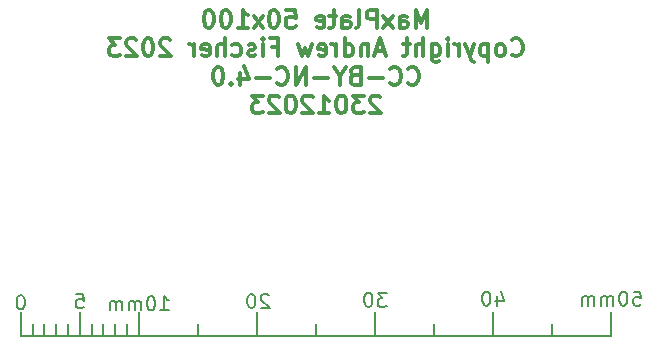
<source format=gbo>
G04 #@! TF.GenerationSoftware,KiCad,Pcbnew,(6.0.10-0)*
G04 #@! TF.CreationDate,2023-01-23T10:06:28+00:00*
G04 #@! TF.ProjectId,Max50x100Plate,4d617835-3078-4313-9030-506c6174652e,rev?*
G04 #@! TF.SameCoordinates,Original*
G04 #@! TF.FileFunction,Legend,Bot*
G04 #@! TF.FilePolarity,Positive*
%FSLAX46Y46*%
G04 Gerber Fmt 4.6, Leading zero omitted, Abs format (unit mm)*
G04 Created by KiCad (PCBNEW (6.0.10-0)) date 2023-01-23 10:06:28*
%MOMM*%
%LPD*%
G01*
G04 APERTURE LIST*
%ADD10C,0.300000*%
%ADD11C,0.170000*%
%ADD12C,0.150000*%
%ADD13C,3.200000*%
%ADD14C,3.000000*%
G04 APERTURE END LIST*
D10*
X159428571Y-117056071D02*
X159428571Y-115556071D01*
X158928571Y-116627500D01*
X158428571Y-115556071D01*
X158428571Y-117056071D01*
X157071428Y-117056071D02*
X157071428Y-116270357D01*
X157142857Y-116127500D01*
X157285714Y-116056071D01*
X157571428Y-116056071D01*
X157714285Y-116127500D01*
X157071428Y-116984642D02*
X157214285Y-117056071D01*
X157571428Y-117056071D01*
X157714285Y-116984642D01*
X157785714Y-116841785D01*
X157785714Y-116698928D01*
X157714285Y-116556071D01*
X157571428Y-116484642D01*
X157214285Y-116484642D01*
X157071428Y-116413214D01*
X156500000Y-117056071D02*
X155714285Y-116056071D01*
X156500000Y-116056071D02*
X155714285Y-117056071D01*
X155142857Y-117056071D02*
X155142857Y-115556071D01*
X154571428Y-115556071D01*
X154428571Y-115627500D01*
X154357142Y-115698928D01*
X154285714Y-115841785D01*
X154285714Y-116056071D01*
X154357142Y-116198928D01*
X154428571Y-116270357D01*
X154571428Y-116341785D01*
X155142857Y-116341785D01*
X153428571Y-117056071D02*
X153571428Y-116984642D01*
X153642857Y-116841785D01*
X153642857Y-115556071D01*
X152214285Y-117056071D02*
X152214285Y-116270357D01*
X152285714Y-116127500D01*
X152428571Y-116056071D01*
X152714285Y-116056071D01*
X152857142Y-116127500D01*
X152214285Y-116984642D02*
X152357142Y-117056071D01*
X152714285Y-117056071D01*
X152857142Y-116984642D01*
X152928571Y-116841785D01*
X152928571Y-116698928D01*
X152857142Y-116556071D01*
X152714285Y-116484642D01*
X152357142Y-116484642D01*
X152214285Y-116413214D01*
X151714285Y-116056071D02*
X151142857Y-116056071D01*
X151500000Y-115556071D02*
X151500000Y-116841785D01*
X151428571Y-116984642D01*
X151285714Y-117056071D01*
X151142857Y-117056071D01*
X150071428Y-116984642D02*
X150214285Y-117056071D01*
X150500000Y-117056071D01*
X150642857Y-116984642D01*
X150714285Y-116841785D01*
X150714285Y-116270357D01*
X150642857Y-116127500D01*
X150500000Y-116056071D01*
X150214285Y-116056071D01*
X150071428Y-116127500D01*
X150000000Y-116270357D01*
X150000000Y-116413214D01*
X150714285Y-116556071D01*
X147500000Y-115556071D02*
X148214285Y-115556071D01*
X148285714Y-116270357D01*
X148214285Y-116198928D01*
X148071428Y-116127500D01*
X147714285Y-116127500D01*
X147571428Y-116198928D01*
X147500000Y-116270357D01*
X147428571Y-116413214D01*
X147428571Y-116770357D01*
X147500000Y-116913214D01*
X147571428Y-116984642D01*
X147714285Y-117056071D01*
X148071428Y-117056071D01*
X148214285Y-116984642D01*
X148285714Y-116913214D01*
X146500000Y-115556071D02*
X146357142Y-115556071D01*
X146214285Y-115627500D01*
X146142857Y-115698928D01*
X146071428Y-115841785D01*
X146000000Y-116127500D01*
X146000000Y-116484642D01*
X146071428Y-116770357D01*
X146142857Y-116913214D01*
X146214285Y-116984642D01*
X146357142Y-117056071D01*
X146500000Y-117056071D01*
X146642857Y-116984642D01*
X146714285Y-116913214D01*
X146785714Y-116770357D01*
X146857142Y-116484642D01*
X146857142Y-116127500D01*
X146785714Y-115841785D01*
X146714285Y-115698928D01*
X146642857Y-115627500D01*
X146500000Y-115556071D01*
X145500000Y-117056071D02*
X144714285Y-116056071D01*
X145500000Y-116056071D02*
X144714285Y-117056071D01*
X143357142Y-117056071D02*
X144214285Y-117056071D01*
X143785714Y-117056071D02*
X143785714Y-115556071D01*
X143928571Y-115770357D01*
X144071428Y-115913214D01*
X144214285Y-115984642D01*
X142428571Y-115556071D02*
X142285714Y-115556071D01*
X142142857Y-115627500D01*
X142071428Y-115698928D01*
X142000000Y-115841785D01*
X141928571Y-116127500D01*
X141928571Y-116484642D01*
X142000000Y-116770357D01*
X142071428Y-116913214D01*
X142142857Y-116984642D01*
X142285714Y-117056071D01*
X142428571Y-117056071D01*
X142571428Y-116984642D01*
X142642857Y-116913214D01*
X142714285Y-116770357D01*
X142785714Y-116484642D01*
X142785714Y-116127500D01*
X142714285Y-115841785D01*
X142642857Y-115698928D01*
X142571428Y-115627500D01*
X142428571Y-115556071D01*
X141000000Y-115556071D02*
X140857142Y-115556071D01*
X140714285Y-115627500D01*
X140642857Y-115698928D01*
X140571428Y-115841785D01*
X140500000Y-116127500D01*
X140500000Y-116484642D01*
X140571428Y-116770357D01*
X140642857Y-116913214D01*
X140714285Y-116984642D01*
X140857142Y-117056071D01*
X141000000Y-117056071D01*
X141142857Y-116984642D01*
X141214285Y-116913214D01*
X141285714Y-116770357D01*
X141357142Y-116484642D01*
X141357142Y-116127500D01*
X141285714Y-115841785D01*
X141214285Y-115698928D01*
X141142857Y-115627500D01*
X141000000Y-115556071D01*
X166571428Y-119328214D02*
X166642857Y-119399642D01*
X166857142Y-119471071D01*
X167000000Y-119471071D01*
X167214285Y-119399642D01*
X167357142Y-119256785D01*
X167428571Y-119113928D01*
X167500000Y-118828214D01*
X167500000Y-118613928D01*
X167428571Y-118328214D01*
X167357142Y-118185357D01*
X167214285Y-118042500D01*
X167000000Y-117971071D01*
X166857142Y-117971071D01*
X166642857Y-118042500D01*
X166571428Y-118113928D01*
X165714285Y-119471071D02*
X165857142Y-119399642D01*
X165928571Y-119328214D01*
X166000000Y-119185357D01*
X166000000Y-118756785D01*
X165928571Y-118613928D01*
X165857142Y-118542500D01*
X165714285Y-118471071D01*
X165500000Y-118471071D01*
X165357142Y-118542500D01*
X165285714Y-118613928D01*
X165214285Y-118756785D01*
X165214285Y-119185357D01*
X165285714Y-119328214D01*
X165357142Y-119399642D01*
X165500000Y-119471071D01*
X165714285Y-119471071D01*
X164571428Y-118471071D02*
X164571428Y-119971071D01*
X164571428Y-118542500D02*
X164428571Y-118471071D01*
X164142857Y-118471071D01*
X164000000Y-118542500D01*
X163928571Y-118613928D01*
X163857142Y-118756785D01*
X163857142Y-119185357D01*
X163928571Y-119328214D01*
X164000000Y-119399642D01*
X164142857Y-119471071D01*
X164428571Y-119471071D01*
X164571428Y-119399642D01*
X163357142Y-118471071D02*
X163000000Y-119471071D01*
X162642857Y-118471071D02*
X163000000Y-119471071D01*
X163142857Y-119828214D01*
X163214285Y-119899642D01*
X163357142Y-119971071D01*
X162071428Y-119471071D02*
X162071428Y-118471071D01*
X162071428Y-118756785D02*
X162000000Y-118613928D01*
X161928571Y-118542500D01*
X161785714Y-118471071D01*
X161642857Y-118471071D01*
X161142857Y-119471071D02*
X161142857Y-118471071D01*
X161142857Y-117971071D02*
X161214285Y-118042500D01*
X161142857Y-118113928D01*
X161071428Y-118042500D01*
X161142857Y-117971071D01*
X161142857Y-118113928D01*
X159785714Y-118471071D02*
X159785714Y-119685357D01*
X159857142Y-119828214D01*
X159928571Y-119899642D01*
X160071428Y-119971071D01*
X160285714Y-119971071D01*
X160428571Y-119899642D01*
X159785714Y-119399642D02*
X159928571Y-119471071D01*
X160214285Y-119471071D01*
X160357142Y-119399642D01*
X160428571Y-119328214D01*
X160500000Y-119185357D01*
X160500000Y-118756785D01*
X160428571Y-118613928D01*
X160357142Y-118542500D01*
X160214285Y-118471071D01*
X159928571Y-118471071D01*
X159785714Y-118542500D01*
X159071428Y-119471071D02*
X159071428Y-117971071D01*
X158428571Y-119471071D02*
X158428571Y-118685357D01*
X158500000Y-118542500D01*
X158642857Y-118471071D01*
X158857142Y-118471071D01*
X159000000Y-118542500D01*
X159071428Y-118613928D01*
X157928571Y-118471071D02*
X157357142Y-118471071D01*
X157714285Y-117971071D02*
X157714285Y-119256785D01*
X157642857Y-119399642D01*
X157500000Y-119471071D01*
X157357142Y-119471071D01*
X155785714Y-119042500D02*
X155071428Y-119042500D01*
X155928571Y-119471071D02*
X155428571Y-117971071D01*
X154928571Y-119471071D01*
X154428571Y-118471071D02*
X154428571Y-119471071D01*
X154428571Y-118613928D02*
X154357142Y-118542500D01*
X154214285Y-118471071D01*
X154000000Y-118471071D01*
X153857142Y-118542500D01*
X153785714Y-118685357D01*
X153785714Y-119471071D01*
X152428571Y-119471071D02*
X152428571Y-117971071D01*
X152428571Y-119399642D02*
X152571428Y-119471071D01*
X152857142Y-119471071D01*
X153000000Y-119399642D01*
X153071428Y-119328214D01*
X153142857Y-119185357D01*
X153142857Y-118756785D01*
X153071428Y-118613928D01*
X153000000Y-118542500D01*
X152857142Y-118471071D01*
X152571428Y-118471071D01*
X152428571Y-118542500D01*
X151714285Y-119471071D02*
X151714285Y-118471071D01*
X151714285Y-118756785D02*
X151642857Y-118613928D01*
X151571428Y-118542500D01*
X151428571Y-118471071D01*
X151285714Y-118471071D01*
X150214285Y-119399642D02*
X150357142Y-119471071D01*
X150642857Y-119471071D01*
X150785714Y-119399642D01*
X150857142Y-119256785D01*
X150857142Y-118685357D01*
X150785714Y-118542500D01*
X150642857Y-118471071D01*
X150357142Y-118471071D01*
X150214285Y-118542500D01*
X150142857Y-118685357D01*
X150142857Y-118828214D01*
X150857142Y-118971071D01*
X149642857Y-118471071D02*
X149357142Y-119471071D01*
X149071428Y-118756785D01*
X148785714Y-119471071D01*
X148500000Y-118471071D01*
X146285714Y-118685357D02*
X146785714Y-118685357D01*
X146785714Y-119471071D02*
X146785714Y-117971071D01*
X146071428Y-117971071D01*
X145500000Y-119471071D02*
X145500000Y-118471071D01*
X145500000Y-117971071D02*
X145571428Y-118042500D01*
X145500000Y-118113928D01*
X145428571Y-118042500D01*
X145500000Y-117971071D01*
X145500000Y-118113928D01*
X144857142Y-119399642D02*
X144714285Y-119471071D01*
X144428571Y-119471071D01*
X144285714Y-119399642D01*
X144214285Y-119256785D01*
X144214285Y-119185357D01*
X144285714Y-119042500D01*
X144428571Y-118971071D01*
X144642857Y-118971071D01*
X144785714Y-118899642D01*
X144857142Y-118756785D01*
X144857142Y-118685357D01*
X144785714Y-118542500D01*
X144642857Y-118471071D01*
X144428571Y-118471071D01*
X144285714Y-118542500D01*
X142928571Y-119399642D02*
X143071428Y-119471071D01*
X143357142Y-119471071D01*
X143500000Y-119399642D01*
X143571428Y-119328214D01*
X143642857Y-119185357D01*
X143642857Y-118756785D01*
X143571428Y-118613928D01*
X143500000Y-118542500D01*
X143357142Y-118471071D01*
X143071428Y-118471071D01*
X142928571Y-118542500D01*
X142285714Y-119471071D02*
X142285714Y-117971071D01*
X141642857Y-119471071D02*
X141642857Y-118685357D01*
X141714285Y-118542500D01*
X141857142Y-118471071D01*
X142071428Y-118471071D01*
X142214285Y-118542500D01*
X142285714Y-118613928D01*
X140357142Y-119399642D02*
X140500000Y-119471071D01*
X140785714Y-119471071D01*
X140928571Y-119399642D01*
X141000000Y-119256785D01*
X141000000Y-118685357D01*
X140928571Y-118542500D01*
X140785714Y-118471071D01*
X140500000Y-118471071D01*
X140357142Y-118542500D01*
X140285714Y-118685357D01*
X140285714Y-118828214D01*
X141000000Y-118971071D01*
X139642857Y-119471071D02*
X139642857Y-118471071D01*
X139642857Y-118756785D02*
X139571428Y-118613928D01*
X139500000Y-118542500D01*
X139357142Y-118471071D01*
X139214285Y-118471071D01*
X137642857Y-118113928D02*
X137571428Y-118042500D01*
X137428571Y-117971071D01*
X137071428Y-117971071D01*
X136928571Y-118042500D01*
X136857142Y-118113928D01*
X136785714Y-118256785D01*
X136785714Y-118399642D01*
X136857142Y-118613928D01*
X137714285Y-119471071D01*
X136785714Y-119471071D01*
X135857142Y-117971071D02*
X135714285Y-117971071D01*
X135571428Y-118042500D01*
X135500000Y-118113928D01*
X135428571Y-118256785D01*
X135357142Y-118542500D01*
X135357142Y-118899642D01*
X135428571Y-119185357D01*
X135500000Y-119328214D01*
X135571428Y-119399642D01*
X135714285Y-119471071D01*
X135857142Y-119471071D01*
X136000000Y-119399642D01*
X136071428Y-119328214D01*
X136142857Y-119185357D01*
X136214285Y-118899642D01*
X136214285Y-118542500D01*
X136142857Y-118256785D01*
X136071428Y-118113928D01*
X136000000Y-118042500D01*
X135857142Y-117971071D01*
X134785714Y-118113928D02*
X134714285Y-118042500D01*
X134571428Y-117971071D01*
X134214285Y-117971071D01*
X134071428Y-118042500D01*
X134000000Y-118113928D01*
X133928571Y-118256785D01*
X133928571Y-118399642D01*
X134000000Y-118613928D01*
X134857142Y-119471071D01*
X133928571Y-119471071D01*
X133428571Y-117971071D02*
X132500000Y-117971071D01*
X133000000Y-118542500D01*
X132785714Y-118542500D01*
X132642857Y-118613928D01*
X132571428Y-118685357D01*
X132500000Y-118828214D01*
X132500000Y-119185357D01*
X132571428Y-119328214D01*
X132642857Y-119399642D01*
X132785714Y-119471071D01*
X133214285Y-119471071D01*
X133357142Y-119399642D01*
X133428571Y-119328214D01*
X157785714Y-121743214D02*
X157857142Y-121814642D01*
X158071428Y-121886071D01*
X158214285Y-121886071D01*
X158428571Y-121814642D01*
X158571428Y-121671785D01*
X158642857Y-121528928D01*
X158714285Y-121243214D01*
X158714285Y-121028928D01*
X158642857Y-120743214D01*
X158571428Y-120600357D01*
X158428571Y-120457500D01*
X158214285Y-120386071D01*
X158071428Y-120386071D01*
X157857142Y-120457500D01*
X157785714Y-120528928D01*
X156285714Y-121743214D02*
X156357142Y-121814642D01*
X156571428Y-121886071D01*
X156714285Y-121886071D01*
X156928571Y-121814642D01*
X157071428Y-121671785D01*
X157142857Y-121528928D01*
X157214285Y-121243214D01*
X157214285Y-121028928D01*
X157142857Y-120743214D01*
X157071428Y-120600357D01*
X156928571Y-120457500D01*
X156714285Y-120386071D01*
X156571428Y-120386071D01*
X156357142Y-120457500D01*
X156285714Y-120528928D01*
X155642857Y-121314642D02*
X154500000Y-121314642D01*
X153285714Y-121100357D02*
X153071428Y-121171785D01*
X153000000Y-121243214D01*
X152928571Y-121386071D01*
X152928571Y-121600357D01*
X153000000Y-121743214D01*
X153071428Y-121814642D01*
X153214285Y-121886071D01*
X153785714Y-121886071D01*
X153785714Y-120386071D01*
X153285714Y-120386071D01*
X153142857Y-120457500D01*
X153071428Y-120528928D01*
X153000000Y-120671785D01*
X153000000Y-120814642D01*
X153071428Y-120957500D01*
X153142857Y-121028928D01*
X153285714Y-121100357D01*
X153785714Y-121100357D01*
X152000000Y-121171785D02*
X152000000Y-121886071D01*
X152500000Y-120386071D02*
X152000000Y-121171785D01*
X151500000Y-120386071D01*
X151000000Y-121314642D02*
X149857142Y-121314642D01*
X149142857Y-121886071D02*
X149142857Y-120386071D01*
X148285714Y-121886071D01*
X148285714Y-120386071D01*
X146714285Y-121743214D02*
X146785714Y-121814642D01*
X147000000Y-121886071D01*
X147142857Y-121886071D01*
X147357142Y-121814642D01*
X147500000Y-121671785D01*
X147571428Y-121528928D01*
X147642857Y-121243214D01*
X147642857Y-121028928D01*
X147571428Y-120743214D01*
X147500000Y-120600357D01*
X147357142Y-120457500D01*
X147142857Y-120386071D01*
X147000000Y-120386071D01*
X146785714Y-120457500D01*
X146714285Y-120528928D01*
X146071428Y-121314642D02*
X144928571Y-121314642D01*
X143571428Y-120886071D02*
X143571428Y-121886071D01*
X143928571Y-120314642D02*
X144285714Y-121386071D01*
X143357142Y-121386071D01*
X142785714Y-121743214D02*
X142714285Y-121814642D01*
X142785714Y-121886071D01*
X142857142Y-121814642D01*
X142785714Y-121743214D01*
X142785714Y-121886071D01*
X141785714Y-120386071D02*
X141642857Y-120386071D01*
X141500000Y-120457500D01*
X141428571Y-120528928D01*
X141357142Y-120671785D01*
X141285714Y-120957500D01*
X141285714Y-121314642D01*
X141357142Y-121600357D01*
X141428571Y-121743214D01*
X141500000Y-121814642D01*
X141642857Y-121886071D01*
X141785714Y-121886071D01*
X141928571Y-121814642D01*
X142000000Y-121743214D01*
X142071428Y-121600357D01*
X142142857Y-121314642D01*
X142142857Y-120957500D01*
X142071428Y-120671785D01*
X142000000Y-120528928D01*
X141928571Y-120457500D01*
X141785714Y-120386071D01*
X155428571Y-122943928D02*
X155357142Y-122872500D01*
X155214285Y-122801071D01*
X154857142Y-122801071D01*
X154714285Y-122872500D01*
X154642857Y-122943928D01*
X154571428Y-123086785D01*
X154571428Y-123229642D01*
X154642857Y-123443928D01*
X155500000Y-124301071D01*
X154571428Y-124301071D01*
X154071428Y-122801071D02*
X153142857Y-122801071D01*
X153642857Y-123372500D01*
X153428571Y-123372500D01*
X153285714Y-123443928D01*
X153214285Y-123515357D01*
X153142857Y-123658214D01*
X153142857Y-124015357D01*
X153214285Y-124158214D01*
X153285714Y-124229642D01*
X153428571Y-124301071D01*
X153857142Y-124301071D01*
X154000000Y-124229642D01*
X154071428Y-124158214D01*
X152214285Y-122801071D02*
X152071428Y-122801071D01*
X151928571Y-122872500D01*
X151857142Y-122943928D01*
X151785714Y-123086785D01*
X151714285Y-123372500D01*
X151714285Y-123729642D01*
X151785714Y-124015357D01*
X151857142Y-124158214D01*
X151928571Y-124229642D01*
X152071428Y-124301071D01*
X152214285Y-124301071D01*
X152357142Y-124229642D01*
X152428571Y-124158214D01*
X152500000Y-124015357D01*
X152571428Y-123729642D01*
X152571428Y-123372500D01*
X152500000Y-123086785D01*
X152428571Y-122943928D01*
X152357142Y-122872500D01*
X152214285Y-122801071D01*
X150285714Y-124301071D02*
X151142857Y-124301071D01*
X150714285Y-124301071D02*
X150714285Y-122801071D01*
X150857142Y-123015357D01*
X151000000Y-123158214D01*
X151142857Y-123229642D01*
X149714285Y-122943928D02*
X149642857Y-122872500D01*
X149500000Y-122801071D01*
X149142857Y-122801071D01*
X149000000Y-122872500D01*
X148928571Y-122943928D01*
X148857142Y-123086785D01*
X148857142Y-123229642D01*
X148928571Y-123443928D01*
X149785714Y-124301071D01*
X148857142Y-124301071D01*
X147928571Y-122801071D02*
X147785714Y-122801071D01*
X147642857Y-122872500D01*
X147571428Y-122943928D01*
X147500000Y-123086785D01*
X147428571Y-123372500D01*
X147428571Y-123729642D01*
X147500000Y-124015357D01*
X147571428Y-124158214D01*
X147642857Y-124229642D01*
X147785714Y-124301071D01*
X147928571Y-124301071D01*
X148071428Y-124229642D01*
X148142857Y-124158214D01*
X148214285Y-124015357D01*
X148285714Y-123729642D01*
X148285714Y-123372500D01*
X148214285Y-123086785D01*
X148142857Y-122943928D01*
X148071428Y-122872500D01*
X147928571Y-122801071D01*
X146857142Y-122943928D02*
X146785714Y-122872500D01*
X146642857Y-122801071D01*
X146285714Y-122801071D01*
X146142857Y-122872500D01*
X146071428Y-122943928D01*
X146000000Y-123086785D01*
X146000000Y-123229642D01*
X146071428Y-123443928D01*
X146928571Y-124301071D01*
X146000000Y-124301071D01*
X145500000Y-122801071D02*
X144571428Y-122801071D01*
X145071428Y-123372500D01*
X144857142Y-123372500D01*
X144714285Y-123443928D01*
X144642857Y-123515357D01*
X144571428Y-123658214D01*
X144571428Y-124015357D01*
X144642857Y-124158214D01*
X144714285Y-124229642D01*
X144857142Y-124301071D01*
X145285714Y-124301071D01*
X145428571Y-124229642D01*
X145500000Y-124158214D01*
D11*
X136828551Y-140994827D02*
X137514265Y-140994827D01*
X137171408Y-140994827D02*
X137171408Y-139794827D01*
X137285694Y-139966255D01*
X137399980Y-140080541D01*
X137514265Y-140137684D01*
X136085694Y-139794827D02*
X135971408Y-139794827D01*
X135857122Y-139851970D01*
X135799980Y-139909112D01*
X135742837Y-140023398D01*
X135685694Y-140251970D01*
X135685694Y-140537684D01*
X135742837Y-140766255D01*
X135799980Y-140880541D01*
X135857122Y-140937684D01*
X135971408Y-140994827D01*
X136085694Y-140994827D01*
X136199980Y-140937684D01*
X136257122Y-140880541D01*
X136314265Y-140766255D01*
X136371408Y-140537684D01*
X136371408Y-140251970D01*
X136314265Y-140023398D01*
X136257122Y-139909112D01*
X136199980Y-139851970D01*
X136085694Y-139794827D01*
X135171408Y-140994827D02*
X135171408Y-140194827D01*
X135171408Y-140309112D02*
X135114265Y-140251970D01*
X134999980Y-140194827D01*
X134828551Y-140194827D01*
X134714265Y-140251970D01*
X134657122Y-140366255D01*
X134657122Y-140994827D01*
X134657122Y-140366255D02*
X134599980Y-140251970D01*
X134485694Y-140194827D01*
X134314265Y-140194827D01*
X134199980Y-140251970D01*
X134142837Y-140366255D01*
X134142837Y-140994827D01*
X133571408Y-140994827D02*
X133571408Y-140194827D01*
X133571408Y-140309112D02*
X133514265Y-140251970D01*
X133399980Y-140194827D01*
X133228551Y-140194827D01*
X133114265Y-140251970D01*
X133057122Y-140366255D01*
X133057122Y-140994827D01*
X133057122Y-140366255D02*
X132999980Y-140251970D01*
X132885694Y-140194827D01*
X132714265Y-140194827D01*
X132599980Y-140251970D01*
X132542837Y-140366255D01*
X132542837Y-140994827D01*
X146013305Y-139708452D02*
X145956162Y-139651310D01*
X145841877Y-139594167D01*
X145556162Y-139594167D01*
X145441877Y-139651310D01*
X145384734Y-139708452D01*
X145327591Y-139822738D01*
X145327591Y-139937024D01*
X145384734Y-140108452D01*
X146070448Y-140794167D01*
X145327591Y-140794167D01*
X144584734Y-139594167D02*
X144470448Y-139594167D01*
X144356162Y-139651310D01*
X144299020Y-139708452D01*
X144241877Y-139822738D01*
X144184734Y-140051310D01*
X144184734Y-140337024D01*
X144241877Y-140565595D01*
X144299020Y-140679881D01*
X144356162Y-140737024D01*
X144470448Y-140794167D01*
X144584734Y-140794167D01*
X144699020Y-140737024D01*
X144756162Y-140679881D01*
X144813305Y-140565595D01*
X144870448Y-140337024D01*
X144870448Y-140051310D01*
X144813305Y-139822738D01*
X144756162Y-139708452D01*
X144699020Y-139651310D01*
X144584734Y-139594167D01*
X125057142Y-139695767D02*
X124942857Y-139695767D01*
X124828571Y-139752910D01*
X124771428Y-139810052D01*
X124714285Y-139924338D01*
X124657142Y-140152910D01*
X124657142Y-140438624D01*
X124714285Y-140667195D01*
X124771428Y-140781481D01*
X124828571Y-140838624D01*
X124942857Y-140895767D01*
X125057142Y-140895767D01*
X125171428Y-140838624D01*
X125228571Y-140781481D01*
X125285714Y-140667195D01*
X125342857Y-140438624D01*
X125342857Y-140152910D01*
X125285714Y-139924338D01*
X125228571Y-139810052D01*
X125171428Y-139752910D01*
X125057142Y-139695767D01*
X165342777Y-139793507D02*
X165342777Y-140593507D01*
X165628491Y-139336364D02*
X165914205Y-140193507D01*
X165171348Y-140193507D01*
X164485634Y-139393507D02*
X164371348Y-139393507D01*
X164257062Y-139450650D01*
X164199920Y-139507792D01*
X164142777Y-139622078D01*
X164085634Y-139850650D01*
X164085634Y-140136364D01*
X164142777Y-140364935D01*
X164199920Y-140479221D01*
X164257062Y-140536364D01*
X164371348Y-140593507D01*
X164485634Y-140593507D01*
X164599920Y-140536364D01*
X164657062Y-140479221D01*
X164714205Y-140364935D01*
X164771348Y-140136364D01*
X164771348Y-139850650D01*
X164714205Y-139622078D01*
X164657062Y-139507792D01*
X164599920Y-139450650D01*
X164485634Y-139393507D01*
X155971368Y-139495107D02*
X155228511Y-139495107D01*
X155628511Y-139952250D01*
X155457082Y-139952250D01*
X155342797Y-140009392D01*
X155285654Y-140066535D01*
X155228511Y-140180821D01*
X155228511Y-140466535D01*
X155285654Y-140580821D01*
X155342797Y-140637964D01*
X155457082Y-140695107D01*
X155799940Y-140695107D01*
X155914225Y-140637964D01*
X155971368Y-140580821D01*
X154485654Y-139495107D02*
X154371368Y-139495107D01*
X154257082Y-139552250D01*
X154199940Y-139609392D01*
X154142797Y-139723678D01*
X154085654Y-139952250D01*
X154085654Y-140237964D01*
X154142797Y-140466535D01*
X154199940Y-140580821D01*
X154257082Y-140637964D01*
X154371368Y-140695107D01*
X154485654Y-140695107D01*
X154599940Y-140637964D01*
X154657082Y-140580821D01*
X154714225Y-140466535D01*
X154771368Y-140237964D01*
X154771368Y-139952250D01*
X154714225Y-139723678D01*
X154657082Y-139609392D01*
X154599940Y-139552250D01*
X154485654Y-139495107D01*
X176885614Y-139393507D02*
X177457042Y-139393507D01*
X177514185Y-139964935D01*
X177457042Y-139907792D01*
X177342757Y-139850650D01*
X177057042Y-139850650D01*
X176942757Y-139907792D01*
X176885614Y-139964935D01*
X176828471Y-140079221D01*
X176828471Y-140364935D01*
X176885614Y-140479221D01*
X176942757Y-140536364D01*
X177057042Y-140593507D01*
X177342757Y-140593507D01*
X177457042Y-140536364D01*
X177514185Y-140479221D01*
X176085614Y-139393507D02*
X175971328Y-139393507D01*
X175857042Y-139450650D01*
X175799900Y-139507792D01*
X175742757Y-139622078D01*
X175685614Y-139850650D01*
X175685614Y-140136364D01*
X175742757Y-140364935D01*
X175799900Y-140479221D01*
X175857042Y-140536364D01*
X175971328Y-140593507D01*
X176085614Y-140593507D01*
X176199900Y-140536364D01*
X176257042Y-140479221D01*
X176314185Y-140364935D01*
X176371328Y-140136364D01*
X176371328Y-139850650D01*
X176314185Y-139622078D01*
X176257042Y-139507792D01*
X176199900Y-139450650D01*
X176085614Y-139393507D01*
X175171328Y-140593507D02*
X175171328Y-139793507D01*
X175171328Y-139907792D02*
X175114185Y-139850650D01*
X174999900Y-139793507D01*
X174828471Y-139793507D01*
X174714185Y-139850650D01*
X174657042Y-139964935D01*
X174657042Y-140593507D01*
X174657042Y-139964935D02*
X174599900Y-139850650D01*
X174485614Y-139793507D01*
X174314185Y-139793507D01*
X174199900Y-139850650D01*
X174142757Y-139964935D01*
X174142757Y-140593507D01*
X173571328Y-140593507D02*
X173571328Y-139793507D01*
X173571328Y-139907792D02*
X173514185Y-139850650D01*
X173399900Y-139793507D01*
X173228471Y-139793507D01*
X173114185Y-139850650D01*
X173057042Y-139964935D01*
X173057042Y-140593507D01*
X173057042Y-139964935D02*
X172999900Y-139850650D01*
X172885614Y-139793507D01*
X172714185Y-139793507D01*
X172599900Y-139850650D01*
X172542757Y-139964935D01*
X172542757Y-140593507D01*
X129713005Y-139594167D02*
X130284434Y-139594167D01*
X130341577Y-140165595D01*
X130284434Y-140108452D01*
X130170148Y-140051310D01*
X129884434Y-140051310D01*
X129770148Y-140108452D01*
X129713005Y-140165595D01*
X129655862Y-140279881D01*
X129655862Y-140565595D01*
X129713005Y-140679881D01*
X129770148Y-140737024D01*
X129884434Y-140794167D01*
X130170148Y-140794167D01*
X130284434Y-140737024D01*
X130341577Y-140679881D01*
D12*
X154999940Y-143151990D02*
X154999940Y-141153010D01*
X132000240Y-143151990D02*
X132000240Y-142151230D01*
X133001000Y-143151990D02*
X133001000Y-142151230D01*
X126998980Y-143151990D02*
X126998980Y-142151230D01*
X144999960Y-143151990D02*
X144999960Y-141153010D01*
X160001200Y-143151990D02*
X160001200Y-142151230D01*
X127999740Y-143151990D02*
X127999740Y-142151230D01*
X130999480Y-143151990D02*
X130999480Y-142151230D01*
X130001260Y-143151990D02*
X130001260Y-141153010D01*
X134999980Y-143151990D02*
X174999900Y-143151990D01*
X150001220Y-143151990D02*
X150001220Y-142151230D01*
X134999980Y-143151990D02*
X134999980Y-141153010D01*
X170001180Y-143151990D02*
X170001180Y-142151230D01*
X174999900Y-143151990D02*
X174999900Y-141153010D01*
X125000000Y-143151990D02*
X125000000Y-141153010D01*
X140001240Y-143151990D02*
X140001240Y-142151230D01*
X164999920Y-143151990D02*
X164999920Y-141153010D01*
X125000000Y-143151990D02*
X134999980Y-143151990D01*
X129000500Y-143151990D02*
X129000500Y-142151230D01*
X126000760Y-143151990D02*
X126000760Y-142151230D01*
X133999220Y-143151990D02*
X133999220Y-142151230D01*
%LPC*%
D13*
X105000000Y-105000000D03*
X195000000Y-145000000D03*
D14*
X196000000Y-125000000D03*
D13*
X195000000Y-105000000D03*
X105000000Y-145000000D03*
M02*

</source>
